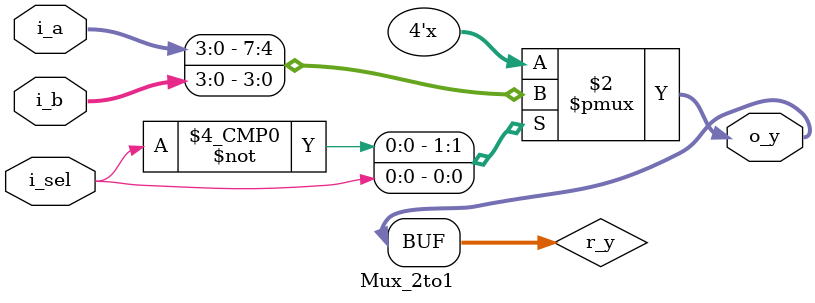
<source format=v>
`timescale 1ns / 1ps

module Mux_2to1(
    input [3:0] i_a, i_b,
    input i_sel,
    output [3:0] o_y
    );

    reg [3:0] r_y;
    assign o_y = r_y;
    always @(*) begin  //  모든 입력을 감시하겠다.
        case(i_sel)
            1'b0 : r_y <= i_a;
            1'b1 : r_y <= i_b;
        endcase
    end
endmodule

</source>
